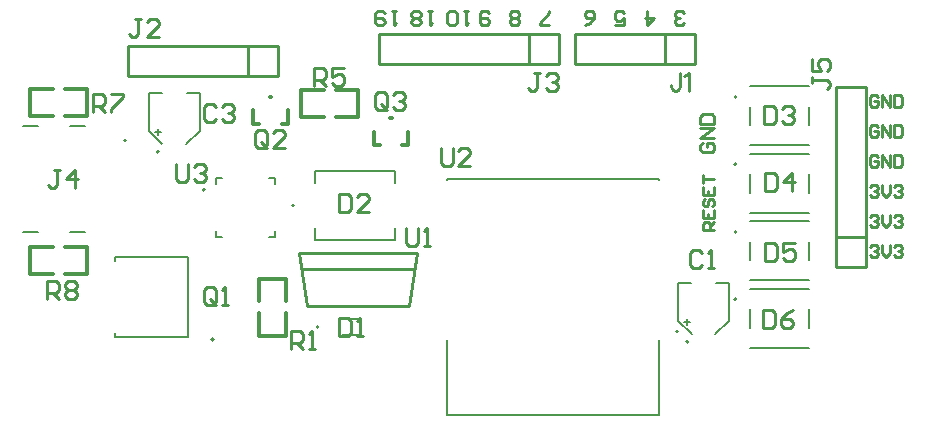
<source format=gbr>
%TF.GenerationSoftware,Altium Limited,Altium Designer,24.0.1 (36)*%
G04 Layer_Color=65535*
%FSLAX45Y45*%
%MOMM*%
%TF.SameCoordinates,65C793CC-7C80-44E8-9821-AA658A2EEAB5*%
%TF.FilePolarity,Positive*%
%TF.FileFunction,Legend,Top*%
%TF.Part,Single*%
G01*
G75*
%TA.AperFunction,NonConductor*%
%ADD46C,0.20000*%
%ADD47C,0.25400*%
%ADD48C,0.30480*%
%ADD49C,0.12700*%
D46*
X1140300Y1730000D02*
G03*
X1140300Y1730000I-10000J0D01*
G01*
X5620300Y120600D02*
G03*
X5620300Y120600I-10000J0D01*
G01*
X6029000Y1623000D02*
G03*
X6029000Y1623000I-10000J0D01*
G01*
Y2194500D02*
G03*
X6029000Y2194500I-10000J0D01*
G01*
X860000Y1825000D02*
G03*
X860000Y1825000I-10000J0D01*
G01*
X1603500Y140500D02*
G03*
X1603500Y140500I-10000J0D01*
G01*
X6029000Y480000D02*
G03*
X6029000Y480000I-10000J0D01*
G01*
X2284000Y1275200D02*
G03*
X2284000Y1275200I-10000J0D01*
G01*
X2491500Y246500D02*
G03*
X2491500Y246500I-10000J0D01*
G01*
X1528000Y1408200D02*
G03*
X1528000Y1408200I-10000J0D01*
G01*
X6029000Y1051500D02*
G03*
X6029000Y1051500I-10000J0D01*
G01*
X5535500Y210500D02*
G03*
X5535500Y210500I-10000J0D01*
G01*
X390000Y1053000D02*
X515000D01*
X390000Y1947000D02*
X515000D01*
X-10000Y1053000D02*
X118000D01*
X-10000Y1947000D02*
X118000D01*
D47*
X1889000Y2373000D02*
Y2627000D01*
X2143000Y2373000D02*
Y2627000D01*
X873000Y2373000D02*
X2143000D01*
X873000Y2627000D02*
X2143000D01*
X873000Y2373000D02*
Y2627000D01*
X6873000Y1011000D02*
X7127000D01*
X6873000Y757000D02*
X7127000D01*
X6873000D02*
Y2281000D01*
X7127000Y757000D02*
Y2281000D01*
X6873000D02*
X7127000D01*
X4273000Y2473000D02*
Y2727000D01*
X4527000Y2473000D02*
Y2727000D01*
X3003000Y2473000D02*
X4527000D01*
X3003000Y2727000D02*
X4527000D01*
X3003000Y2473000D02*
Y2727000D01*
X4665000Y2473000D02*
Y2727000D01*
X5427000Y2473000D02*
Y2727000D01*
X5681000Y2473000D02*
Y2727000D01*
X4665000Y2473000D02*
X5681000D01*
X4665000Y2727000D02*
X5681000D01*
X2824500Y870000D02*
X3324500D01*
X2324500D02*
X2824500D01*
X2389500Y420000D02*
X2824500D01*
X3259500D01*
X2324500Y870000D02*
X2389500Y420000D01*
X3259500D02*
X3324500Y870000D01*
X2343328Y740000D02*
X3305293D01*
X5742032Y1807174D02*
X5722039Y1787181D01*
Y1747194D01*
X5742032Y1727200D01*
X5822006D01*
X5842000Y1747194D01*
Y1787181D01*
X5822006Y1807174D01*
X5782019D01*
Y1767187D01*
X5842000Y1847161D02*
X5722039D01*
X5842000Y1927135D01*
X5722039D01*
Y1967122D02*
X5842000D01*
Y2027103D01*
X5822006Y2047096D01*
X5742032D01*
X5722039Y2027103D01*
Y1967122D01*
X5842000Y1066800D02*
X5742032D01*
Y1116784D01*
X5758693Y1133445D01*
X5792016D01*
X5808677Y1116784D01*
Y1066800D01*
Y1100122D02*
X5842000Y1133445D01*
X5742032Y1233413D02*
Y1166768D01*
X5842000D01*
Y1233413D01*
X5792016Y1166768D02*
Y1200090D01*
X5758693Y1333380D02*
X5742032Y1316719D01*
Y1283397D01*
X5758693Y1266735D01*
X5775355D01*
X5792016Y1283397D01*
Y1316719D01*
X5808677Y1333380D01*
X5825338D01*
X5842000Y1316719D01*
Y1283397D01*
X5825338Y1266735D01*
X5742032Y1433348D02*
Y1366703D01*
X5842000D01*
Y1433348D01*
X5792016Y1366703D02*
Y1400026D01*
X5742032Y1466671D02*
Y1533316D01*
Y1499993D01*
X5842000D01*
X5588000Y2821032D02*
X5568006Y2801039D01*
X5528019D01*
X5508026Y2821032D01*
Y2841026D01*
X5528019Y2861019D01*
X5548013D01*
X5528019D01*
X5508026Y2881013D01*
Y2901006D01*
X5528019Y2921000D01*
X5568006D01*
X5588000Y2901006D01*
X5274019Y2921000D02*
Y2801039D01*
X5334000Y2861019D01*
X5254026D01*
X5000026Y2801039D02*
X5080000D01*
Y2861019D01*
X5040013Y2841026D01*
X5020019D01*
X5000026Y2861019D01*
Y2901006D01*
X5020019Y2921000D01*
X5060006D01*
X5080000Y2901006D01*
X4746026Y2801039D02*
X4786013Y2821032D01*
X4826000Y2861019D01*
Y2901006D01*
X4806006Y2921000D01*
X4766019D01*
X4746026Y2901006D01*
Y2881013D01*
X4766019Y2861019D01*
X4826000D01*
X4445000Y2801039D02*
X4365026D01*
Y2821032D01*
X4445000Y2901006D01*
Y2921000D01*
X4191000Y2821032D02*
X4171006Y2801039D01*
X4131019D01*
X4111026Y2821032D01*
Y2841026D01*
X4131019Y2861019D01*
X4111026Y2881013D01*
Y2901006D01*
X4131019Y2921000D01*
X4171006D01*
X4191000Y2901006D01*
Y2881013D01*
X4171006Y2861019D01*
X4191000Y2841026D01*
Y2821032D01*
X4171006Y2861019D02*
X4131019D01*
X3937000Y2901006D02*
X3917006Y2921000D01*
X3877019D01*
X3857026Y2901006D01*
Y2821032D01*
X3877019Y2801039D01*
X3917006D01*
X3937000Y2821032D01*
Y2841026D01*
X3917006Y2861019D01*
X3857026D01*
X3759200Y2921000D02*
X3719213D01*
X3739206D01*
Y2801039D01*
X3759200Y2821032D01*
X3659232D02*
X3639239Y2801039D01*
X3599252D01*
X3579258Y2821032D01*
Y2901006D01*
X3599252Y2921000D01*
X3639239D01*
X3659232Y2901006D01*
Y2821032D01*
X3454400Y2921000D02*
X3414413D01*
X3434406D01*
Y2801039D01*
X3454400Y2821032D01*
X3354432D02*
X3334439Y2801039D01*
X3294452D01*
X3274458Y2821032D01*
Y2841026D01*
X3294452Y2861019D01*
X3274458Y2881013D01*
Y2901006D01*
X3294452Y2921000D01*
X3334439D01*
X3354432Y2901006D01*
Y2881013D01*
X3334439Y2861019D01*
X3354432Y2841026D01*
Y2821032D01*
X3334439Y2861019D02*
X3294452D01*
X3149600Y2921000D02*
X3109613D01*
X3129606D01*
Y2801039D01*
X3149600Y2821032D01*
X3049632Y2901006D02*
X3029639Y2921000D01*
X2989652D01*
X2969658Y2901006D01*
Y2821032D01*
X2989652Y2801039D01*
X3029639D01*
X3049632Y2821032D01*
Y2841026D01*
X3029639Y2861019D01*
X2969658D01*
X7229445Y2191506D02*
X7212784Y2208168D01*
X7179461D01*
X7162800Y2191506D01*
Y2124861D01*
X7179461Y2108200D01*
X7212784D01*
X7229445Y2124861D01*
Y2158184D01*
X7196123D01*
X7262768Y2108200D02*
Y2208168D01*
X7329413Y2108200D01*
Y2208168D01*
X7362736D02*
Y2108200D01*
X7412719D01*
X7429381Y2124861D01*
Y2191506D01*
X7412719Y2208168D01*
X7362736D01*
X7162800Y921506D02*
X7179461Y938168D01*
X7212784D01*
X7229445Y921506D01*
Y904845D01*
X7212784Y888184D01*
X7196123D01*
X7212784D01*
X7229445Y871523D01*
Y854861D01*
X7212784Y838200D01*
X7179461D01*
X7162800Y854861D01*
X7262768Y938168D02*
Y871523D01*
X7296090Y838200D01*
X7329413Y871523D01*
Y938168D01*
X7362736Y921506D02*
X7379397Y938168D01*
X7412719D01*
X7429381Y921506D01*
Y904845D01*
X7412719Y888184D01*
X7396058D01*
X7412719D01*
X7429381Y871523D01*
Y854861D01*
X7412719Y838200D01*
X7379397D01*
X7362736Y854861D01*
X7162800Y1175506D02*
X7179461Y1192168D01*
X7212784D01*
X7229445Y1175506D01*
Y1158845D01*
X7212784Y1142184D01*
X7196123D01*
X7212784D01*
X7229445Y1125523D01*
Y1108861D01*
X7212784Y1092200D01*
X7179461D01*
X7162800Y1108861D01*
X7262768Y1192168D02*
Y1125523D01*
X7296090Y1092200D01*
X7329413Y1125523D01*
Y1192168D01*
X7362736Y1175506D02*
X7379397Y1192168D01*
X7412719D01*
X7429381Y1175506D01*
Y1158845D01*
X7412719Y1142184D01*
X7396058D01*
X7412719D01*
X7429381Y1125523D01*
Y1108861D01*
X7412719Y1092200D01*
X7379397D01*
X7362736Y1108861D01*
X7162800Y1429506D02*
X7179461Y1446168D01*
X7212784D01*
X7229445Y1429506D01*
Y1412845D01*
X7212784Y1396184D01*
X7196123D01*
X7212784D01*
X7229445Y1379523D01*
Y1362861D01*
X7212784Y1346200D01*
X7179461D01*
X7162800Y1362861D01*
X7262768Y1446168D02*
Y1379523D01*
X7296090Y1346200D01*
X7329413Y1379523D01*
Y1446168D01*
X7362736Y1429506D02*
X7379397Y1446168D01*
X7412719D01*
X7429381Y1429506D01*
Y1412845D01*
X7412719Y1396184D01*
X7396058D01*
X7412719D01*
X7429381Y1379523D01*
Y1362861D01*
X7412719Y1346200D01*
X7379397D01*
X7362736Y1362861D01*
X7229445Y1683506D02*
X7212784Y1700168D01*
X7179461D01*
X7162800Y1683506D01*
Y1616861D01*
X7179461Y1600200D01*
X7212784D01*
X7229445Y1616861D01*
Y1650184D01*
X7196123D01*
X7262768Y1600200D02*
Y1700168D01*
X7329413Y1600200D01*
Y1700168D01*
X7362736D02*
Y1600200D01*
X7412719D01*
X7429381Y1616861D01*
Y1683506D01*
X7412719Y1700168D01*
X7362736D01*
X7229445Y1937506D02*
X7212784Y1954168D01*
X7179461D01*
X7162800Y1937506D01*
Y1870861D01*
X7179461Y1854200D01*
X7212784D01*
X7229445Y1870861D01*
Y1904184D01*
X7196123D01*
X7262768Y1854200D02*
Y1954168D01*
X7329413Y1854200D01*
Y1954168D01*
X7362736D02*
Y1854200D01*
X7412719D01*
X7429381Y1870861D01*
Y1937506D01*
X7412719Y1954168D01*
X7362736D01*
X304808Y1574775D02*
X254025D01*
X279417D01*
Y1447817D01*
X254025Y1422425D01*
X228633D01*
X203241Y1447817D01*
X431767Y1422425D02*
Y1574775D01*
X355592Y1498600D01*
X457159D01*
X190541Y482625D02*
Y634975D01*
X266717D01*
X292108Y609583D01*
Y558800D01*
X266717Y533408D01*
X190541D01*
X241325D02*
X292108Y482625D01*
X342892Y609583D02*
X368284Y634975D01*
X419067D01*
X444459Y609583D01*
Y584192D01*
X419067Y558800D01*
X444459Y533408D01*
Y508017D01*
X419067Y482625D01*
X368284D01*
X342892Y508017D01*
Y533408D01*
X368284Y558800D01*
X342892Y584192D01*
Y609583D01*
X368284Y558800D02*
X419067D01*
X584241Y2070125D02*
Y2222475D01*
X660417D01*
X685808Y2197083D01*
Y2146300D01*
X660417Y2120908D01*
X584241D01*
X635025D02*
X685808Y2070125D01*
X736592Y2222475D02*
X838159D01*
Y2197083D01*
X736592Y2095517D01*
Y2070125D01*
X3073408Y2108217D02*
Y2209783D01*
X3048017Y2235175D01*
X2997233D01*
X2971841Y2209783D01*
Y2108217D01*
X2997233Y2082825D01*
X3048017D01*
X3022625Y2133608D02*
X3073408Y2082825D01*
X3048017D02*
X3073408Y2108217D01*
X3124192Y2209783D02*
X3149584Y2235175D01*
X3200367D01*
X3225759Y2209783D01*
Y2184392D01*
X3200367Y2159000D01*
X3174975D01*
X3200367D01*
X3225759Y2133608D01*
Y2108217D01*
X3200367Y2082825D01*
X3149584D01*
X3124192Y2108217D01*
X2057408Y1790717D02*
Y1892283D01*
X2032017Y1917675D01*
X1981233D01*
X1955841Y1892283D01*
Y1790717D01*
X1981233Y1765325D01*
X2032017D01*
X2006625Y1816108D02*
X2057408Y1765325D01*
X2032017D02*
X2057408Y1790717D01*
X2209759Y1765325D02*
X2108192D01*
X2209759Y1866892D01*
Y1892283D01*
X2184367Y1917675D01*
X2133584D01*
X2108192Y1892283D01*
X6667525Y2362208D02*
Y2311425D01*
Y2336817D01*
X6794483D01*
X6819875Y2311425D01*
Y2286033D01*
X6794483Y2260641D01*
X6667525Y2514559D02*
Y2412992D01*
X6743700D01*
X6718308Y2463775D01*
Y2489167D01*
X6743700Y2514559D01*
X6794483D01*
X6819875Y2489167D01*
Y2438384D01*
X6794483Y2412992D01*
X1625600Y457217D02*
Y558783D01*
X1600208Y584175D01*
X1549425D01*
X1524033Y558783D01*
Y457217D01*
X1549425Y431825D01*
X1600208D01*
X1574817Y482608D02*
X1625600Y431825D01*
X1600208D02*
X1625600Y457217D01*
X1676384Y431825D02*
X1727167D01*
X1701776D01*
Y584175D01*
X1676384Y558783D01*
X6253541Y386175D02*
Y233825D01*
X6329717D01*
X6355108Y259216D01*
Y360783D01*
X6329717Y386175D01*
X6253541D01*
X6507459D02*
X6456675Y360783D01*
X6405892Y310000D01*
Y259216D01*
X6431284Y233825D01*
X6482067D01*
X6507459Y259216D01*
Y284608D01*
X6482067Y310000D01*
X6405892D01*
X6267041Y957675D02*
Y805325D01*
X6343217D01*
X6368609Y830716D01*
Y932283D01*
X6343217Y957675D01*
X6267041D01*
X6520959D02*
X6419392D01*
Y881500D01*
X6470176Y906892D01*
X6495567D01*
X6520959Y881500D01*
Y830716D01*
X6495567Y805325D01*
X6444784D01*
X6419392Y830716D01*
X6273841Y1549375D02*
Y1397025D01*
X6350017D01*
X6375408Y1422417D01*
Y1523983D01*
X6350017Y1549375D01*
X6273841D01*
X6502367Y1397025D02*
Y1549375D01*
X6426192Y1473200D01*
X6527759D01*
X6261141Y2120875D02*
Y1968525D01*
X6337317D01*
X6362708Y1993917D01*
Y2095483D01*
X6337317Y2120875D01*
X6261141D01*
X6413492Y2095483D02*
X6438884Y2120875D01*
X6489667D01*
X6515059Y2095483D01*
Y2070092D01*
X6489667Y2044700D01*
X6464275D01*
X6489667D01*
X6515059Y2019308D01*
Y1993917D01*
X6489667Y1968525D01*
X6438884D01*
X6413492Y1993917D01*
X5548449Y2400284D02*
Y2284195D01*
X5541193Y2262428D01*
X5533938Y2255172D01*
X5519427Y2247917D01*
X5504915D01*
X5490404Y2255172D01*
X5483149Y2262428D01*
X5475893Y2284195D01*
Y2298706D01*
X5587629Y2371261D02*
X5602140Y2378517D01*
X5623907Y2400284D01*
Y2247917D01*
X1282741Y1625575D02*
Y1498617D01*
X1308133Y1473225D01*
X1358917D01*
X1384308Y1498617D01*
Y1625575D01*
X1435092Y1600183D02*
X1460484Y1625575D01*
X1511267D01*
X1536659Y1600183D01*
Y1574792D01*
X1511267Y1549400D01*
X1485875D01*
X1511267D01*
X1536659Y1524008D01*
Y1498617D01*
X1511267Y1473225D01*
X1460484D01*
X1435092Y1498617D01*
X3523000Y1757751D02*
Y1630792D01*
X3548392Y1605400D01*
X3599175D01*
X3624567Y1630792D01*
Y1757751D01*
X3776918Y1605400D02*
X3675351D01*
X3776918Y1706967D01*
Y1732359D01*
X3751526Y1757751D01*
X3700743D01*
X3675351Y1732359D01*
X3230933Y1084675D02*
Y957716D01*
X3256325Y932325D01*
X3307108D01*
X3332500Y957716D01*
Y1084675D01*
X3383284Y932325D02*
X3434067D01*
X3408676D01*
Y1084675D01*
X3383284Y1059283D01*
X2451141Y2286025D02*
Y2438375D01*
X2527317D01*
X2552708Y2412983D01*
Y2362200D01*
X2527317Y2336808D01*
X2451141D01*
X2501925D02*
X2552708Y2286025D01*
X2705059Y2438375D02*
X2603492D01*
Y2362200D01*
X2654275Y2387592D01*
X2679667D01*
X2705059Y2362200D01*
Y2311417D01*
X2679667Y2286025D01*
X2628884D01*
X2603492Y2311417D01*
X2260633Y63525D02*
Y215875D01*
X2336808D01*
X2362200Y190483D01*
Y139700D01*
X2336808Y114308D01*
X2260633D01*
X2311417D02*
X2362200Y63525D01*
X2412984D02*
X2463767D01*
X2438376D01*
Y215875D01*
X2412984Y190483D01*
X4368808Y2400275D02*
X4318025D01*
X4343417D01*
Y2273317D01*
X4318025Y2247925D01*
X4292633D01*
X4267241Y2273317D01*
X4419592Y2374883D02*
X4444984Y2400275D01*
X4495767D01*
X4521159Y2374883D01*
Y2349492D01*
X4495767Y2324100D01*
X4470375D01*
X4495767D01*
X4521159Y2298708D01*
Y2273317D01*
X4495767Y2247925D01*
X4444984D01*
X4419592Y2273317D01*
X984608Y2856175D02*
X933825D01*
X959217D01*
Y2729217D01*
X933825Y2703825D01*
X908433D01*
X883041Y2729217D01*
X1136959Y2703825D02*
X1035392D01*
X1136959Y2805392D01*
Y2830784D01*
X1111567Y2856175D01*
X1060784D01*
X1035392Y2830784D01*
X2667041Y1371575D02*
Y1219225D01*
X2743217D01*
X2768608Y1244617D01*
Y1346183D01*
X2743217Y1371575D01*
X2667041D01*
X2920959Y1219225D02*
X2819392D01*
X2920959Y1320792D01*
Y1346183D01*
X2895567Y1371575D01*
X2844784D01*
X2819392Y1346183D01*
X2659433Y322675D02*
Y170325D01*
X2735608D01*
X2761000Y195716D01*
Y297283D01*
X2735608Y322675D01*
X2659433D01*
X2811784Y170325D02*
X2862567D01*
X2837176D01*
Y322675D01*
X2811784Y297283D01*
X1625608Y2108183D02*
X1600217Y2133575D01*
X1549433D01*
X1524041Y2108183D01*
Y2006617D01*
X1549433Y1981225D01*
X1600217D01*
X1625608Y2006617D01*
X1676392Y2108183D02*
X1701784Y2133575D01*
X1752567D01*
X1777959Y2108183D01*
Y2082792D01*
X1752567Y2057400D01*
X1727175D01*
X1752567D01*
X1777959Y2032008D01*
Y2006617D01*
X1752567Y1981225D01*
X1701784D01*
X1676392Y2006617D01*
X5740400Y876283D02*
X5715008Y901675D01*
X5664225D01*
X5638833Y876283D01*
Y774717D01*
X5664225Y749325D01*
X5715008D01*
X5740400Y774717D01*
X5791184Y749325D02*
X5841967D01*
X5816576D01*
Y901675D01*
X5791184Y876283D01*
D48*
X2958700Y1784100D02*
Y1898400D01*
X3250800Y1784100D02*
Y1898400D01*
X2958700Y1784100D02*
X3009500D01*
X3098400Y2012700D02*
X3111100D01*
X3200000Y1784100D02*
X3250800D01*
X1938020Y1968500D02*
Y2082800D01*
X2230120Y1968500D02*
Y2082800D01*
X1938020Y1968500D02*
X1988820D01*
X2077720Y2197100D02*
X2090420D01*
X2179320Y1968500D02*
X2230120D01*
X533400Y2032000D02*
Y2260600D01*
X50800Y2032000D02*
Y2260600D01*
X342900D02*
X533400D01*
X342900Y2032000D02*
X533400D01*
X50800D02*
X241300D01*
X50800Y2260600D02*
X241300D01*
X533400Y698500D02*
Y927100D01*
X50800Y698500D02*
Y927100D01*
X342900D02*
X533400D01*
X342900Y698500D02*
X533400D01*
X50800D02*
X241300D01*
X50800Y927100D02*
X241300D01*
X2214300Y465100D02*
Y655600D01*
X1985700Y465100D02*
Y655600D01*
Y173000D02*
Y363500D01*
X2214300Y173000D02*
Y363500D01*
X1985700Y655600D02*
X2214300D01*
X1985700Y173000D02*
X2214300D01*
X2634000Y2024500D02*
X2824500D01*
X2634000Y2253100D02*
X2824500D01*
X2341900D02*
X2532400D01*
X2341900Y2024500D02*
X2532400D01*
X2824500D02*
Y2253100D01*
X2341900Y2024500D02*
Y2253100D01*
D49*
X1055000Y1906900D02*
X1168750Y1793150D01*
X1055000Y1906900D02*
Y2224400D01*
X1370000Y1794400D02*
X1485000Y1909400D01*
Y2224400D01*
X1055000D02*
X1167500D01*
X1372500D02*
X1485000D01*
X1104900Y1895100D02*
X1155700D01*
X1130300Y1869700D02*
Y1920500D01*
X5535000Y297500D02*
X5648750Y183750D01*
X5535000Y297500D02*
Y615000D01*
X5850000Y185000D02*
X5965000Y300000D01*
Y615000D01*
X5535000D02*
X5647500D01*
X5852500D02*
X5965000D01*
X5584900Y285700D02*
X5635700D01*
X5610300Y260300D02*
Y311100D01*
X6144000Y1213000D02*
X6644000D01*
X6144000Y1713000D02*
X6644000D01*
X6144000Y1384350D02*
Y1541650D01*
X6644000Y1384350D02*
Y1541650D01*
X6144000Y1784500D02*
X6644000D01*
X6144000Y2284500D02*
X6644000D01*
X6144000Y1955850D02*
Y2113150D01*
X6644000Y1955850D02*
Y2113150D01*
X763700Y163500D02*
Y193500D01*
Y163500D02*
X1385800D01*
Y837500D01*
X763700D02*
X1385800D01*
X763700Y807500D02*
Y837500D01*
X6644000Y241350D02*
Y398650D01*
X6144000Y241350D02*
Y398650D01*
Y570000D02*
X6644000D01*
X6144000Y70000D02*
X6644000D01*
X2456250Y1463200D02*
Y1570450D01*
Y979950D02*
Y1087200D01*
X3141750Y1463200D02*
Y1570450D01*
Y979950D02*
Y1087200D01*
X2456250Y979950D02*
X3141750D01*
X2456250Y1570450D02*
X3141750D01*
X2686000Y176500D02*
X2836000D01*
X2686000Y316500D02*
X2836000D01*
X2067000Y1008200D02*
X2122000D01*
X2067000Y1508200D02*
X2122000D01*
X1622000Y1008200D02*
X1677000D01*
X1622000Y1508200D02*
X1677000D01*
X2122000Y1008200D02*
Y1063200D01*
Y1453200D02*
Y1508200D01*
X1622000Y1008200D02*
Y1063200D01*
Y1453200D02*
Y1508200D01*
X6644000Y812850D02*
Y970150D01*
X6144000Y812850D02*
Y970150D01*
Y1141500D02*
X6644000D01*
X6144000Y641500D02*
X6644000D01*
X3575500Y-499500D02*
X5375500D01*
X3575500D02*
Y133500D01*
Y1500500D02*
X5375500D01*
Y-499500D02*
Y133500D01*
X3575500Y1487500D02*
Y1500500D01*
X5375500Y1487500D02*
Y1500500D01*
%TF.MD5,f05ab53caca2493c96ddaefec8b2a316*%
M02*

</source>
